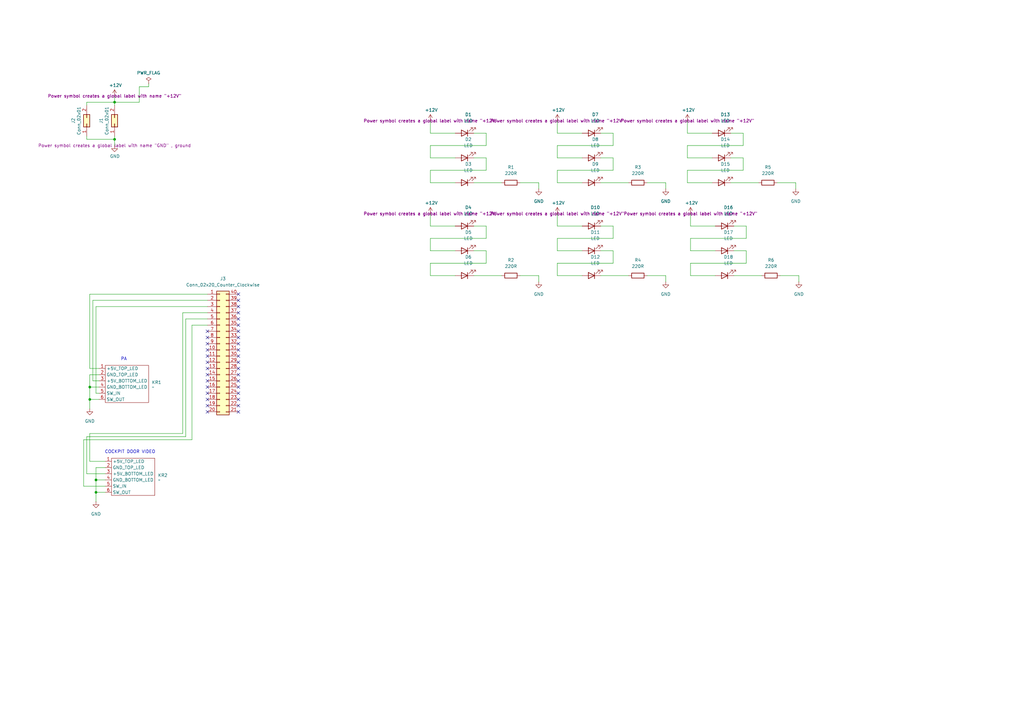
<source format=kicad_sch>
(kicad_sch (version 20250114) (generator "eeschema") (generator_version "9.0")
  (paper "A3")
  (lib_symbols
    (symbol "Connector_Generic:Conn_02x01" (pin_names (offset 1.016) (hide yes))
      (property "Reference" "J" (at 1.27 2.54 0))
      (property "Value" "Conn_02x01" (at 1.27 -2.54 0))
      (symbol "Conn_02x01_1_1"
        (rectangle (start -1.27 1.27) (end 3.81 -1.27) (stroke (width 0.254)) (fill (type background)))
        (rectangle (start -1.27 0.127) (end 0 -0.127) (stroke (width 0.1524)))
        (rectangle (start 3.81 0.127) (end 2.54 -0.127) (stroke (width 0.1524)))
        (pin passive line (at -5.08 0 0) (length 3.81) (name "Pin_1") (number "1"))
        (pin passive line (at 7.62 0 180) (length 3.81) (name "Pin_2") (number "2"))
      )
    )
    (symbol "Connector_Generic:Conn_02x20_Counter_Clockwise" (pin_names (offset 1.016) (hide yes))
      (property "Reference" "J" (at 1.27 25.4 0))
      (property "Value" "Conn_02x20_Counter_Clockwise" (at 1.27 -27.94 0))
      (symbol "Conn_02x20_Counter_Clockwise_1_1"
        (rectangle (start -1.27 24.13) (end 3.81 -26.67) (stroke (width 0.254)) (fill (type background)))
        (rectangle (start -1.27 22.987) (end 0 22.733) (stroke (width 0.1524)))
        (rectangle (start -1.27 20.447) (end 0 20.193) (stroke (width 0.1524)))
        (rectangle (start -1.27 17.907) (end 0 17.653) (stroke (width 0.1524)))
        (rectangle (start -1.27 15.367) (end 0 15.113) (stroke (width 0.1524)))
        (rectangle (start -1.27 12.827) (end 0 12.573) (stroke (width 0.1524)))
        (rectangle (start -1.27 10.287) (end 0 10.033) (stroke (width 0.1524)))
        (rectangle (start -1.27 7.747) (end 0 7.493) (stroke (width 0.1524)))
        (rectangle (start -1.27 5.207) (end 0 4.953) (stroke (width 0.1524)))
        (rectangle (start -1.27 2.667) (end 0 2.413) (stroke (width 0.1524)))
        (rectangle (start -1.27 0.127) (end 0 -0.127) (stroke (width 0.1524)))
        (rectangle (start -1.27 -2.413) (end 0 -2.667) (stroke (width 0.1524)))
        (rectangle (start -1.27 -4.953) (end 0 -5.207) (stroke (width 0.1524)))
        (rectangle (start -1.27 -7.493) (end 0 -7.747) (stroke (width 0.1524)))
        (rectangle (start -1.27 -10.033) (end 0 -10.287) (stroke (width 0.1524)))
        (rectangle (start -1.27 -12.573) (end 0 -12.827) (stroke (width 0.1524)))
        (rectangle (start -1.27 -15.113) (end 0 -15.367) (stroke (width 0.1524)))
        (rectangle (start -1.27 -17.653) (end 0 -17.907) (stroke (width 0.1524)))
        (rectangle (start -1.27 -20.193) (end 0 -20.447) (stroke (width 0.1524)))
        (rectangle (start -1.27 -22.733) (end 0 -22.987) (stroke (width 0.1524)))
        (rectangle (start -1.27 -25.273) (end 0 -25.527) (stroke (width 0.1524)))
        (rectangle (start 3.81 22.987) (end 2.54 22.733) (stroke (width 0.1524)))
        (rectangle (start 3.81 20.447) (end 2.54 20.193) (stroke (width 0.1524)))
        (rectangle (start 3.81 17.907) (end 2.54 17.653) (stroke (width 0.1524)))
        (rectangle (start 3.81 15.367) (end 2.54 15.113) (stroke (width 0.1524)))
        (rectangle (start 3.81 12.827) (end 2.54 12.573) (stroke (width 0.1524)))
        (rectangle (start 3.81 10.287) (end 2.54 10.033) (stroke (width 0.1524)))
        (rectangle (start 3.81 7.747) (end 2.54 7.493) (stroke (width 0.1524)))
        (rectangle (start 3.81 5.207) (end 2.54 4.953) (stroke (width 0.1524)))
        (rectangle (start 3.81 2.667) (end 2.54 2.413) (stroke (width 0.1524)))
        (rectangle (start 3.81 0.127) (end 2.54 -0.127) (stroke (width 0.1524)))
        (rectangle (start 3.81 -2.413) (end 2.54 -2.667) (stroke (width 0.1524)))
        (rectangle (start 3.81 -4.953) (end 2.54 -5.207) (stroke (width 0.1524)))
        (rectangle (start 3.81 -7.493) (end 2.54 -7.747) (stroke (width 0.1524)))
        (rectangle (start 3.81 -10.033) (end 2.54 -10.287) (stroke (width 0.1524)))
        (rectangle (start 3.81 -12.573) (end 2.54 -12.827) (stroke (width 0.1524)))
        (rectangle (start 3.81 -15.113) (end 2.54 -15.367) (stroke (width 0.1524)))
        (rectangle (start 3.81 -17.653) (end 2.54 -17.907) (stroke (width 0.1524)))
        (rectangle (start 3.81 -20.193) (end 2.54 -20.447) (stroke (width 0.1524)))
        (rectangle (start 3.81 -22.733) (end 2.54 -22.987) (stroke (width 0.1524)))
        (rectangle (start 3.81 -25.273) (end 2.54 -25.527) (stroke (width 0.1524)))
        (pin passive line (at -5.08 22.86 0) (length 3.81) (name "Pin_1") (number "1"))
        (pin passive line (at -5.08 20.32 0) (length 3.81) (name "Pin_2") (number "2"))
        (pin passive line (at -5.08 17.78 0) (length 3.81) (name "Pin_3") (number "3"))
        (pin passive line (at -5.08 15.24 0) (length 3.81) (name "Pin_4") (number "4"))
        (pin passive line (at -5.08 12.7 0) (length 3.81) (name "Pin_5") (number "5"))
        (pin passive line (at -5.08 10.16 0) (length 3.81) (name "Pin_6") (number "6"))
        (pin passive line (at -5.08 7.62 0) (length 3.81) (name "Pin_7") (number "7"))
        (pin passive line (at -5.08 5.08 0) (length 3.81) (name "Pin_8") (number "8"))
        (pin passive line (at -5.08 2.54 0) (length 3.81) (name "Pin_9") (number "9"))
        (pin passive line (at -5.08 0 0) (length 3.81) (name "Pin_10") (number "10"))
        (pin passive line (at -5.08 -2.54 0) (length 3.81) (name "Pin_11") (number "11"))
        (pin passive line (at -5.08 -5.08 0) (length 3.81) (name "Pin_12") (number "12"))
        (pin passive line (at -5.08 -7.62 0) (length 3.81) (name "Pin_13") (number "13"))
        (pin passive line (at -5.08 -10.16 0) (length 3.81) (name "Pin_14") (number "14"))
        (pin passive line (at -5.08 -12.7 0) (length 3.81) (name "Pin_15") (number "15"))
        (pin passive line (at -5.08 -15.24 0) (length 3.81) (name "Pin_16") (number "16"))
        (pin passive line (at -5.08 -17.78 0) (length 3.81) (name "Pin_17") (number "17"))
        (pin passive line (at -5.08 -20.32 0) (length 3.81) (name "Pin_18") (number "18"))
        (pin passive line (at -5.08 -22.86 0) (length 3.81) (name "Pin_19") (number "19"))
        (pin passive line (at -5.08 -25.4 0) (length 3.81) (name "Pin_20") (number "20"))
        (pin passive line (at 7.62 22.86 180) (length 3.81) (name "Pin_40") (number "40"))
        (pin passive line (at 7.62 20.32 180) (length 3.81) (name "Pin_39") (number "39"))
        (pin passive line (at 7.62 17.78 180) (length 3.81) (name "Pin_38") (number "38"))
        (pin passive line (at 7.62 15.24 180) (length 3.81) (name "Pin_37") (number "37"))
        (pin passive line (at 7.62 12.7 180) (length 3.81) (name "Pin_36") (number "36"))
        (pin passive line (at 7.62 10.16 180) (length 3.81) (name "Pin_35") (number "35"))
        (pin passive line (at 7.62 7.62 180) (length 3.81) (name "Pin_34") (number "34"))
        (pin passive line (at 7.62 5.08 180) (length 3.81) (name "Pin_33") (number "33"))
        (pin passive line (at 7.62 2.54 180) (length 3.81) (name "Pin_32") (number "32"))
        (pin passive line (at 7.62 0 180) (length 3.81) (name "Pin_31") (number "31"))
        (pin passive line (at 7.62 -2.54 180) (length 3.81) (name "Pin_30") (number "30"))
        (pin passive line (at 7.62 -5.08 180) (length 3.81) (name "Pin_29") (number "29"))
        (pin passive line (at 7.62 -7.62 180) (length 3.81) (name "Pin_28") (number "28"))
        (pin passive line (at 7.62 -10.16 180) (length 3.81) (name "Pin_27") (number "27"))
        (pin passive line (at 7.62 -12.7 180) (length 3.81) (name "Pin_26") (number "26"))
        (pin passive line (at 7.62 -15.24 180) (length 3.81) (name "Pin_25") (number "25"))
        (pin passive line (at 7.62 -17.78 180) (length 3.81) (name "Pin_24") (number "24"))
        (pin passive line (at 7.62 -20.32 180) (length 3.81) (name "Pin_23") (number "23"))
        (pin passive line (at 7.62 -22.86 180) (length 3.81) (name "Pin_22") (number "22"))
        (pin passive line (at 7.62 -25.4 180) (length 3.81) (name "Pin_21") (number "21"))
      )
    )
    (symbol "Device:LED" (pin_numbers (hide yes)) (pin_names (offset 1.016) (hide yes))
      (property "Reference" "D" (at 0 2.54 0))
      (property "Value" "LED" (at 0 -2.54 0))
      (symbol "LED_0_1"
        (polyline (pts (xy -3.048 -0.762) (xy -4.572 -2.286) (xy -3.81 -2.286) (xy -4.572 -2.286) (xy -4.572 -1.524)))
        (polyline (pts (xy -1.778 -0.762) (xy -3.302 -2.286) (xy -2.54 -2.286) (xy -3.302 -2.286) (xy -3.302 -1.524)))
        (polyline (pts (xy -1.27 0) (xy 1.27 0)))
        (polyline (pts (xy -1.27 -1.27) (xy -1.27 1.27)) (stroke (width 0.254)))
        (polyline (pts (xy 1.27 -1.27) (xy 1.27 1.27) (xy -1.27 0) (xy 1.27 -1.27)) (stroke (width 0.254)))
      )
      (symbol "LED_1_1"
        (pin passive line (at -3.81 0 0) (length 2.54) (name "K") (number "1"))
        (pin passive line (at 3.81 0 180) (length 2.54) (name "A") (number "2"))
      )
    )
    (symbol "Device:R" (pin_numbers (hide yes)) (pin_names (offset 0))
      (property "Reference" "R" (at 2.032 0 90))
      (property "Value" "R" (at 0 0 90))
      (symbol "R_0_1"
        (rectangle (start -1.016 -2.54) (end 1.016 2.54) (stroke (width 0.254)))
      )
      (symbol "R_1_1"
        (pin passive line (at 0 3.81 270) (length 1.27) (name "~") (number "1"))
        (pin passive line (at 0 -3.81 90) (length 1.27) (name "~") (number "2"))
      )
    )
    (symbol "KorrySwitch:Korry_Switch"
      (property "Reference" "KR" (at 12.7 -8.89 0))
      (symbol "Korry_Switch_0_1"
        (rectangle (start -7.62 -1.27) (end 10.16 -16.51))
      )
      (symbol "Korry_Switch_1_1"
        (pin input line (at -10.16 -2.54 0) (length 2.54) (name "+5V_TOP_LED") (number "1"))
        (pin input line (at -10.16 -5.08 0) (length 2.54) (name "GND_TOP_LED") (number "2"))
        (pin input line (at -10.16 -7.62 0) (length 2.54) (name "+5V_BOTTOM_LED") (number "3"))
        (pin input line (at -10.16 -10.16 0) (length 2.54) (name "GND_BOTTOM_LED") (number "4"))
        (pin input line (at -10.16 -12.7 0) (length 2.54) (name "SW_IN") (number "5"))
        (pin output line (at -10.16 -15.24 0) (length 2.54) (name "SW_OUT") (number "6"))
      )
    )
    (symbol "power:+12V" (power) (pin_numbers (hide yes)) (pin_names (offset 0) (hide yes))
      (property "Value" "+12V" (at 0 3.556 0))
      (symbol "+12V_0_1"
        (polyline (pts (xy -0.762 1.27) (xy 0 2.54)))
        (polyline (pts (xy 0 2.54) (xy 0.762 1.27)))
        (polyline (pts (xy 0 0) (xy 0 2.54)))
      )
      (symbol "+12V_1_1"
        (pin power_in line (at 0 0 90) (length 0) (name "~") (number "1"))
      )
    )
    (symbol "power:GND" (power) (pin_numbers (hide yes)) (pin_names (offset 0) (hide yes))
      (property "Value" "GND" (at 0 -3.81 0))
      (symbol "GND_0_1"
        (polyline (pts (xy 0 0) (xy 0 -1.27) (xy 1.27 -1.27) (xy 0 -2.54) (xy -1.27 -1.27) (xy 0 -1.27)))
      )
      (symbol "GND_1_1"
        (pin power_in line (at 0 0 270) (length 0) (name "~") (number "1"))
      )
    )
    (symbol "power:PWR_FLAG" (power) (pin_numbers (hide yes)) (pin_names (offset 0) (hide yes))
      (property "Value" "PWR_FLAG" (at 0 3.81 0))
      (symbol "PWR_FLAG_0_0"
        (pin power_out line (at 0 0 90) (length 0) (name "~") (number "1"))
      )
      (symbol "PWR_FLAG_0_1"
        (polyline (pts (xy 0 0) (xy 0 1.27) (xy -1.016 1.905) (xy 0 2.54) (xy 1.016 1.905) (xy 0 1.27)))
      )
    )
  )
  (text "PA" (at 50.8 147.32 0) (effects (font (size 1.27 1.27))))
  (text "COCKPIT DOOR VIDEO" (at 53.34 185.42 0) (effects (font (size 1.27 1.27))))
  (junction (at 39.37 196.85))
  (junction (at 46.99 57.15))
  (junction (at 36.83 158.75))
  (junction (at 36.83 163.83))
  (junction (at 39.37 201.93))
  (junction (at 46.99 41.91))
  (no_connect (at 97.79 153.67))
  (no_connect (at 97.79 138.43))
  (no_connect (at 97.79 161.29))
  (no_connect (at 97.79 130.81))
  (no_connect (at 85.09 148.59))
  (no_connect (at 85.09 163.83))
  (no_connect (at 85.09 146.05))
  (no_connect (at 85.09 161.29))
  (no_connect (at 85.09 166.37))
  (no_connect (at 97.79 135.89))
  (no_connect (at 85.09 168.91))
  (no_connect (at 85.09 138.43))
  (no_connect (at 97.79 143.51))
  (no_connect (at 85.09 153.67))
  (no_connect (at 97.79 151.13))
  (no_connect (at 97.79 156.21))
  (no_connect (at 97.79 123.19))
  (no_connect (at 97.79 120.65))
  (no_connect (at 85.09 143.51))
  (no_connect (at 97.79 125.73))
  (no_connect (at 97.79 163.83))
  (no_connect (at 85.09 151.13))
  (no_connect (at 85.09 135.89))
  (no_connect (at 85.09 158.75))
  (no_connect (at 97.79 133.35))
  (no_connect (at 97.79 148.59))
  (no_connect (at 97.79 168.91))
  (no_connect (at 97.79 158.75))
  (no_connect (at 97.79 166.37))
  (no_connect (at 97.79 140.97))
  (no_connect (at 85.09 156.21))
  (no_connect (at 85.09 140.97))
  (no_connect (at 97.79 128.27))
  (no_connect (at 97.79 146.05))
  (wire (pts (xy 320.04 113.03) (xy 327.66 113.03)))
  (wire (pts (xy 36.83 153.67) (xy 40.64 153.67)))
  (wire (pts (xy 199.39 54.61) (xy 194.31 54.61)))
  (wire (pts (xy 251.46 69.85) (xy 251.46 64.77)))
  (wire (pts (xy 199.39 64.77) (xy 194.31 64.77)))
  (wire (pts (xy 36.83 120.65) (xy 85.09 120.65)))
  (wire (pts (xy 228.6 69.85) (xy 251.46 69.85)))
  (wire (pts (xy 228.6 74.93) (xy 228.6 69.85)))
  (wire (pts (xy 176.53 74.93) (xy 176.53 69.85)))
  (wire (pts (xy 281.94 59.69) (xy 304.8 59.69)))
  (wire (pts (xy 36.83 189.23) (xy 43.18 189.23)))
  (wire (pts (xy 176.53 113.03) (xy 176.53 107.95)))
  (wire (pts (xy 199.39 102.87) (xy 194.31 102.87)))
  (wire (pts (xy 46.99 41.91) (xy 46.99 43.18)))
  (wire (pts (xy 327.66 113.03) (xy 327.66 115.57)))
  (wire (pts (xy 35.56 194.31) (xy 35.56 179.07)))
  (wire (pts (xy 238.76 74.93) (xy 228.6 74.93)))
  (wire (pts (xy 76.2 130.81) (xy 85.09 130.81)))
  (wire (pts (xy 213.36 113.03) (xy 220.98 113.03)))
  (wire (pts (xy 273.05 113.03) (xy 273.05 115.57)))
  (wire (pts (xy 78.74 133.35) (xy 85.09 133.35)))
  (wire (pts (xy 35.56 194.31) (xy 43.18 194.31)))
  (wire (pts (xy 176.53 54.61) (xy 186.69 54.61)))
  (wire (pts (xy 304.8 59.69) (xy 304.8 54.61)))
  (wire (pts (xy 251.46 54.61) (xy 246.38 54.61)))
  (wire (pts (xy 281.94 54.61) (xy 292.1 54.61)))
  (wire (pts (xy 39.37 201.93) (xy 39.37 196.85)))
  (wire (pts (xy 306.07 107.95) (xy 306.07 102.87)))
  (wire (pts (xy 46.99 57.15) (xy 46.99 59.69)))
  (wire (pts (xy 326.39 74.93) (xy 326.39 77.47)))
  (wire (pts (xy 176.53 87.63) (xy 176.53 92.71)))
  (wire (pts (xy 176.53 107.95) (xy 199.39 107.95)))
  (wire (pts (xy 228.6 64.77) (xy 228.6 59.69)))
  (wire (pts (xy 281.94 49.53) (xy 281.94 54.61)))
  (wire (pts (xy 220.98 113.03) (xy 220.98 115.57)))
  (wire (pts (xy 194.31 113.03) (xy 205.74 113.03)))
  (wire (pts (xy 186.69 102.87) (xy 176.53 102.87)))
  (wire (pts (xy 238.76 102.87) (xy 228.6 102.87)))
  (wire (pts (xy 57.15 35.56) (xy 60.96 35.56)))
  (wire (pts (xy 304.8 54.61) (xy 299.72 54.61)))
  (wire (pts (xy 34.29 199.39) (xy 34.29 180.34)))
  (wire (pts (xy 265.43 74.93) (xy 273.05 74.93)))
  (wire (pts (xy 228.6 107.95) (xy 251.46 107.95)))
  (wire (pts (xy 199.39 69.85) (xy 199.39 64.77)))
  (wire (pts (xy 246.38 74.93) (xy 257.81 74.93)))
  (wire (pts (xy 306.07 97.79) (xy 306.07 92.71)))
  (wire (pts (xy 213.36 74.93) (xy 220.98 74.93)))
  (wire (pts (xy 228.6 92.71) (xy 238.76 92.71)))
  (wire (pts (xy 194.31 74.93) (xy 205.74 74.93)))
  (wire (pts (xy 199.39 107.95) (xy 199.39 102.87)))
  (wire (pts (xy 283.21 107.95) (xy 306.07 107.95)))
  (wire (pts (xy 36.83 189.23) (xy 36.83 177.8)))
  (wire (pts (xy 57.15 41.91) (xy 57.15 35.56)))
  (wire (pts (xy 292.1 64.77) (xy 281.94 64.77)))
  (wire (pts (xy 228.6 97.79) (xy 251.46 97.79)))
  (wire (pts (xy 36.83 158.75) (xy 40.64 158.75)))
  (wire (pts (xy 35.56 43.18) (xy 35.56 41.91)))
  (wire (pts (xy 228.6 102.87) (xy 228.6 97.79)))
  (wire (pts (xy 36.83 177.8) (xy 74.93 177.8)))
  (wire (pts (xy 251.46 107.95) (xy 251.46 102.87)))
  (wire (pts (xy 199.39 97.79) (xy 199.39 92.71)))
  (wire (pts (xy 46.99 39.37) (xy 46.99 41.91)))
  (wire (pts (xy 38.1 156.21) (xy 38.1 123.19)))
  (wire (pts (xy 251.46 59.69) (xy 251.46 54.61)))
  (wire (pts (xy 76.2 179.07) (xy 76.2 130.81)))
  (wire (pts (xy 318.77 74.93) (xy 326.39 74.93)))
  (wire (pts (xy 283.21 92.71) (xy 293.37 92.71)))
  (wire (pts (xy 306.07 92.71) (xy 300.99 92.71)))
  (wire (pts (xy 39.37 201.93) (xy 43.18 201.93)))
  (wire (pts (xy 228.6 113.03) (xy 228.6 107.95)))
  (wire (pts (xy 186.69 64.77) (xy 176.53 64.77)))
  (wire (pts (xy 35.56 55.88) (xy 35.56 57.15)))
  (wire (pts (xy 265.43 113.03) (xy 273.05 113.03)))
  (wire (pts (xy 40.64 156.21) (xy 38.1 156.21)))
  (wire (pts (xy 281.94 64.77) (xy 281.94 59.69)))
  (wire (pts (xy 228.6 87.63) (xy 228.6 92.71)))
  (wire (pts (xy 35.56 57.15) (xy 46.99 57.15)))
  (wire (pts (xy 176.53 49.53) (xy 176.53 54.61)))
  (wire (pts (xy 35.56 179.07) (xy 76.2 179.07)))
  (wire (pts (xy 238.76 64.77) (xy 228.6 64.77)))
  (wire (pts (xy 228.6 49.53) (xy 228.6 54.61)))
  (wire (pts (xy 199.39 59.69) (xy 199.39 54.61)))
  (wire (pts (xy 251.46 64.77) (xy 246.38 64.77)))
  (wire (pts (xy 39.37 161.29) (xy 40.64 161.29)))
  (wire (pts (xy 60.96 35.56) (xy 60.96 34.29)))
  (wire (pts (xy 220.98 74.93) (xy 220.98 77.47)))
  (wire (pts (xy 304.8 64.77) (xy 299.72 64.77)))
  (wire (pts (xy 299.72 74.93) (xy 311.15 74.93)))
  (wire (pts (xy 39.37 191.77) (xy 43.18 191.77)))
  (wire (pts (xy 78.74 180.34) (xy 78.74 133.35)))
  (wire (pts (xy 176.53 64.77) (xy 176.53 59.69)))
  (wire (pts (xy 40.64 151.13) (xy 36.83 151.13)))
  (wire (pts (xy 34.29 199.39) (xy 43.18 199.39)))
  (wire (pts (xy 228.6 54.61) (xy 238.76 54.61)))
  (wire (pts (xy 36.83 167.64) (xy 36.83 163.83)))
  (wire (pts (xy 283.21 97.79) (xy 306.07 97.79)))
  (wire (pts (xy 273.05 74.93) (xy 273.05 77.47)))
  (wire (pts (xy 36.83 163.83) (xy 40.64 163.83)))
  (wire (pts (xy 74.93 177.8) (xy 74.93 128.27)))
  (wire (pts (xy 176.53 59.69) (xy 199.39 59.69)))
  (wire (pts (xy 39.37 205.74) (xy 39.37 201.93)))
  (wire (pts (xy 36.83 163.83) (xy 36.83 158.75)))
  (wire (pts (xy 251.46 97.79) (xy 251.46 92.71)))
  (wire (pts (xy 39.37 196.85) (xy 43.18 196.85)))
  (wire (pts (xy 176.53 92.71) (xy 186.69 92.71)))
  (wire (pts (xy 35.56 41.91) (xy 46.99 41.91)))
  (wire (pts (xy 176.53 97.79) (xy 199.39 97.79)))
  (wire (pts (xy 246.38 113.03) (xy 257.81 113.03)))
  (wire (pts (xy 36.83 158.75) (xy 36.83 153.67)))
  (wire (pts (xy 199.39 92.71) (xy 194.31 92.71)))
  (wire (pts (xy 283.21 113.03) (xy 283.21 107.95)))
  (wire (pts (xy 293.37 113.03) (xy 283.21 113.03)))
  (wire (pts (xy 39.37 125.73) (xy 39.37 161.29)))
  (wire (pts (xy 283.21 102.87) (xy 283.21 97.79)))
  (wire (pts (xy 281.94 74.93) (xy 281.94 69.85)))
  (wire (pts (xy 228.6 59.69) (xy 251.46 59.69)))
  (wire (pts (xy 304.8 69.85) (xy 304.8 64.77)))
  (wire (pts (xy 251.46 92.71) (xy 246.38 92.71)))
  (wire (pts (xy 238.76 113.03) (xy 228.6 113.03)))
  (wire (pts (xy 39.37 196.85) (xy 39.37 191.77)))
  (wire (pts (xy 186.69 113.03) (xy 176.53 113.03)))
  (wire (pts (xy 85.09 125.73) (xy 39.37 125.73)))
  (wire (pts (xy 300.99 113.03) (xy 312.42 113.03)))
  (wire (pts (xy 306.07 102.87) (xy 300.99 102.87)))
  (wire (pts (xy 186.69 74.93) (xy 176.53 74.93)))
  (wire (pts (xy 46.99 55.88) (xy 46.99 57.15)))
  (wire (pts (xy 251.46 102.87) (xy 246.38 102.87)))
  (wire (pts (xy 46.99 41.91) (xy 57.15 41.91)))
  (wire (pts (xy 281.94 69.85) (xy 304.8 69.85)))
  (wire (pts (xy 34.29 180.34) (xy 78.74 180.34)))
  (wire (pts (xy 74.93 128.27) (xy 85.09 128.27)))
  (wire (pts (xy 292.1 74.93) (xy 281.94 74.93)))
  (wire (pts (xy 36.83 151.13) (xy 36.83 120.65)))
  (wire (pts (xy 176.53 69.85) (xy 199.39 69.85)))
  (wire (pts (xy 176.53 102.87) (xy 176.53 97.79)))
  (wire (pts (xy 293.37 102.87) (xy 283.21 102.87)))
  (wire (pts (xy 283.21 87.63) (xy 283.21 92.71)))
  (wire (pts (xy 38.1 123.19) (xy 85.09 123.19)))
  (symbol (lib_id "Connector_Generic:Conn_02x01") (at 46.99 50.8 90) (unit 1)
    (property "Reference" "J1" (at 41.4782 49.53 0))
    (property "Value" "Conn_02x01" (at 43.7896 49.53 0))
    (property "Footprint" "TerminalBlock:TerminalBlock_bornier-2_P5.08mm" (effects (hide yes)))
    (property "Description" "Generic connector, double row, 02x01, this symbol is compatible with counter-clockwise, top-bottom and odd-even numbering schemes., script generated (kicad-library-utils/schlib/autogen/connector/)" (effects (hide yes)))
  )
  (symbol (lib_id "power:GND") (at 46.99 59.69 0) (unit 1)
    (property "Reference" "#PWR03" (effects (hide yes)))
    (property "Value" "GND" (at 47.117 64.0842 0))
    (property "Description" "Power symbol creates a global label with name \"GND\" , ground" (at 46.99 59.69 0))
  )
  (symbol (lib_id "power:+12V") (at 46.99 39.37 0) (unit 1)
    (property "Reference" "#PWR02" (effects (hide yes)))
    (property "Value" "+12V" (at 47.371 34.9758 0))
    (property "Description" "Power symbol creates a global label with name \"+12V\"" (at 46.99 39.37 0))
  )
  (symbol (lib_id "power:PWR_FLAG") (at 60.96 34.29 0) (unit 1)
    (property "Reference" "#FLG01" (effects (hide yes)))
    (property "Value" "PWR_FLAG" (at 60.96 29.8958 0))
  )
  (symbol (lib_id "power:+12V") (at 228.6 49.53 0) (unit 1)
    (property "Reference" "#PWR010" (effects (hide yes)))
    (property "Value" "+12V" (at 228.981 45.1358 0))
    (property "Description" "Power symbol creates a global label with name \"+12V\"" (at 228.6 49.53 0))
  )
  (symbol (lib_id "Device:LED") (at 190.5 102.87 180) (unit 1)
    (property "Reference" "D5" (at 192.0875 95.25 0))
    (property "Value" "LED" (at 192.0875 97.79 0))
    (property "Footprint" "OpenA3XX:LED_Everlight-SMD3528_3.5x2.8mm_67-21ST" (effects (hide yes)))
    (property "Description" "Light emitting diode" (effects (hide yes)))
    (property "Sim.Pins" "1=K 2=A" (effects (hide yes)))
  )
  (symbol (lib_id "Device:LED") (at 190.5 113.03 180) (unit 1)
    (property "Reference" "D6" (at 192.0875 105.41 0))
    (property "Value" "LED" (at 192.0875 107.95 0))
    (property "Footprint" "OpenA3XX:LED_Everlight-SMD3528_3.5x2.8mm_67-21ST" (effects (hide yes)))
    (property "Description" "Light emitting diode" (effects (hide yes)))
    (property "Sim.Pins" "1=K 2=A" (effects (hide yes)))
  )
  (symbol (lib_id "Device:LED") (at 295.91 64.77 180) (unit 1)
    (property "Reference" "D14" (at 297.4975 57.15 0))
    (property "Value" "LED" (at 297.4975 59.69 0))
    (property "Footprint" "OpenA3XX:LED_Everlight-SMD3528_3.5x2.8mm_67-21ST" (effects (hide yes)))
    (property "Description" "Light emitting diode" (effects (hide yes)))
    (property "Sim.Pins" "1=K 2=A" (effects (hide yes)))
  )
  (symbol (lib_id "Device:LED") (at 297.18 92.71 180) (unit 1)
    (property "Reference" "D16" (at 298.7675 85.09 0))
    (property "Value" "LED" (at 298.7675 87.63 0))
    (property "Footprint" "OpenA3XX:LED_Everlight-SMD3528_3.5x2.8mm_67-21ST" (effects (hide yes)))
    (property "Description" "Light emitting diode" (effects (hide yes)))
    (property "Sim.Pins" "1=K 2=A" (effects (hide yes)))
  )
  (symbol (lib_id "Device:LED") (at 297.18 102.87 180) (unit 1)
    (property "Reference" "D17" (at 298.7675 95.25 0))
    (property "Value" "LED" (at 298.7675 97.79 0))
    (property "Footprint" "OpenA3XX:LED_Everlight-SMD3528_3.5x2.8mm_67-21ST" (effects (hide yes)))
    (property "Description" "Light emitting diode" (effects (hide yes)))
    (property "Sim.Pins" "1=K 2=A" (effects (hide yes)))
  )
  (symbol (lib_id "Device:R") (at 209.55 74.93 90) (unit 1)
    (property "Reference" "R1" (at 209.55 68.58 90))
    (property "Value" "220R" (at 209.55 71.12 90))
    (property "Footprint" "Resistor_SMD:R_1206_3216Metric_Pad1.30x1.75mm_HandSolder" (effects (hide yes)))
    (property "Description" "Resistor" (effects (hide yes)))
  )
  (symbol (lib_id "power:GND") (at 327.66 115.57 0) (unit 1)
    (property "Reference" "#PWR015" (effects (hide yes)))
    (property "Value" "GND" (at 327.66 120.65 0))
    (property "Description" "Power symbol creates a global label with name \"GND\" , ground" (effects (hide yes)))
  )
  (symbol (lib_id "power:GND") (at 39.37 205.74 0) (unit 1)
    (property "Reference" "#PWR04" (effects (hide yes)))
    (property "Value" "GND" (at 39.37 210.82 0))
    (property "Description" "Power symbol creates a global label with name \"GND\" , ground" (effects (hide yes)))
  )
  (symbol (lib_id "Device:LED") (at 295.91 74.93 180) (unit 1)
    (property "Reference" "D15" (at 297.4975 67.31 0))
    (property "Value" "LED" (at 297.4975 69.85 0))
    (property "Footprint" "OpenA3XX:LED_Everlight-SMD3528_3.5x2.8mm_67-21ST" (effects (hide yes)))
    (property "Description" "Light emitting diode" (effects (hide yes)))
    (property "Sim.Pins" "1=K 2=A" (effects (hide yes)))
  )
  (symbol (lib_id "Device:LED") (at 242.57 54.61 180) (unit 1)
    (property "Reference" "D7" (at 244.1575 46.99 0))
    (property "Value" "LED" (at 244.1575 49.53 0))
    (property "Footprint" "OpenA3XX:LED_Everlight-SMD3528_3.5x2.8mm_67-21ST" (effects (hide yes)))
    (property "Description" "Light emitting diode" (effects (hide yes)))
    (property "Sim.Pins" "1=K 2=A" (effects (hide yes)))
  )
  (symbol (lib_id "power:GND") (at 220.98 115.57 0) (unit 1)
    (property "Reference" "#PWR09" (effects (hide yes)))
    (property "Value" "GND" (at 220.98 120.65 0))
    (property "Description" "Power symbol creates a global label with name \"GND\" , ground" (effects (hide yes)))
  )
  (symbol (lib_id "Connector_Generic:Conn_02x01") (at 35.56 50.8 90) (unit 1)
    (property "Reference" "J2" (at 30.0482 49.53 0))
    (property "Value" "Conn_02x01" (at 32.3596 49.53 0))
    (property "Footprint" "TerminalBlock:TerminalBlock_bornier-2_P5.08mm" (effects (hide yes)))
    (property "Description" "Generic connector, double row, 02x01, this symbol is compatible with counter-clockwise, top-bottom and odd-even numbering schemes., script generated (kicad-library-utils/schlib/autogen/connector/)" (effects (hide yes)))
  )
  (symbol (lib_id "Connector_Generic:Conn_02x20_Counter_Clockwise") (at 90.17 143.51 0) (unit 1)
    (property "Reference" "J3" (at 91.44 114.3 0))
    (property "Value" "Conn_02x20_Counter_Clockwise" (at 91.44 116.84 0))
    (property "Footprint" "Connector_PinHeader_2.54mm:PinHeader_2x20_P2.54mm_Vertical" (effects (hide yes)))
    (property "Description" "Generic connector, double row, 02x20, counter clockwise pin numbering scheme (similar to DIP package numbering), script generated (kicad-library-utils/schlib/autogen/connector/)" (effects (hide yes)))
  )
  (symbol (lib_id "power:+12V") (at 281.94 49.53 0) (unit 1)
    (property "Reference" "#PWR014" (effects (hide yes)))
    (property "Value" "+12V" (at 282.321 45.1358 0))
    (property "Description" "Power symbol creates a global label with name \"+12V\"" (at 281.94 49.53 0))
  )
  (symbol (lib_id "Device:R") (at 209.55 113.03 90) (unit 1)
    (property "Reference" "R2" (at 209.55 106.68 90))
    (property "Value" "220R" (at 209.55 109.22 90))
    (property "Footprint" "Resistor_SMD:R_1206_3216Metric_Pad1.30x1.75mm_HandSolder" (effects (hide yes)))
    (property "Description" "Resistor" (effects (hide yes)))
  )
  (symbol (lib_id "power:+12V") (at 228.6 87.63 0) (unit 1)
    (property "Reference" "#PWR011" (effects (hide yes)))
    (property "Value" "+12V" (at 228.981 83.2358 0))
    (property "Description" "Power symbol creates a global label with name \"+12V\"" (at 228.6 87.63 0))
  )
  (symbol (lib_id "KorrySwitch:Korry_Switch") (at 53.34 186.69 0) (unit 1)
    (property "Reference" "KR2" (at 64.77 194.9449 0) (effects (justify left)))
    (property "Value" "~" (at 64.77 196.85 0) (effects (justify left)))
    (property "Footprint" "OpenA3XX:Korry Switch" (effects (hide yes)))
  )
  (symbol (lib_id "power:+12V") (at 176.53 49.53 0) (unit 1)
    (property "Reference" "#PWR06" (effects (hide yes)))
    (property "Value" "+12V" (at 176.911 45.1358 0))
    (property "Description" "Power symbol creates a global label with name \"+12V\"" (at 176.53 49.53 0))
  )
  (symbol (lib_id "Device:LED") (at 242.57 74.93 180) (unit 1)
    (property "Reference" "D9" (at 244.1575 67.31 0))
    (property "Value" "LED" (at 244.1575 69.85 0))
    (property "Footprint" "OpenA3XX:LED_Everlight-SMD3528_3.5x2.8mm_67-21ST" (effects (hide yes)))
    (property "Description" "Light emitting diode" (effects (hide yes)))
    (property "Sim.Pins" "1=K 2=A" (effects (hide yes)))
  )
  (symbol (lib_id "power:GND") (at 220.98 77.47 0) (unit 1)
    (property "Reference" "#PWR08" (effects (hide yes)))
    (property "Value" "GND" (at 220.98 82.55 0))
    (property "Description" "Power symbol creates a global label with name \"GND\" , ground" (effects (hide yes)))
  )
  (symbol (lib_id "Device:R") (at 314.96 74.93 90) (unit 1)
    (property "Reference" "R5" (at 314.96 68.58 90))
    (property "Value" "220R" (at 314.96 71.12 90))
    (property "Footprint" "Resistor_SMD:R_1206_3216Metric_Pad1.30x1.75mm_HandSolder" (effects (hide yes)))
    (property "Description" "Resistor" (effects (hide yes)))
  )
  (symbol (lib_id "power:+12V") (at 176.53 87.63 0) (unit 1)
    (property "Reference" "#PWR07" (effects (hide yes)))
    (property "Value" "+12V" (at 176.911 83.2358 0))
    (property "Description" "Power symbol creates a global label with name \"+12V\"" (at 176.53 87.63 0))
  )
  (symbol (lib_id "power:+12V") (at 283.21 87.63 0) (unit 1)
    (property "Reference" "#PWR05" (effects (hide yes)))
    (property "Value" "+12V" (at 283.591 83.2358 0))
    (property "Description" "Power symbol creates a global label with name \"+12V\"" (at 283.21 87.63 0))
  )
  (symbol (lib_id "power:GND") (at 36.83 167.64 0) (unit 1)
    (property "Reference" "#PWR01" (effects (hide yes)))
    (property "Value" "GND" (at 36.83 172.72 0))
    (property "Description" "Power symbol creates a global label with name \"GND\" , ground" (effects (hide yes)))
  )
  (symbol (lib_id "Device:LED") (at 295.91 54.61 180) (unit 1)
    (property "Reference" "D13" (at 297.4975 46.99 0))
    (property "Value" "LED" (at 297.4975 49.53 0))
    (property "Footprint" "OpenA3XX:LED_Everlight-SMD3528_3.5x2.8mm_67-21ST" (effects (hide yes)))
    (property "Description" "Light emitting diode" (effects (hide yes)))
    (property "Sim.Pins" "1=K 2=A" (effects (hide yes)))
  )
  (symbol (lib_id "Device:R") (at 261.62 113.03 90) (unit 1)
    (property "Reference" "R4" (at 261.62 106.68 90))
    (property "Value" "220R" (at 261.62 109.22 90))
    (property "Footprint" "Resistor_SMD:R_1206_3216Metric_Pad1.30x1.75mm_HandSolder" (effects (hide yes)))
    (property "Description" "Resistor" (effects (hide yes)))
  )
  (symbol (lib_id "Device:LED") (at 190.5 54.61 180) (unit 1)
    (property "Reference" "D1" (at 192.0875 46.99 0))
    (property "Value" "LED" (at 192.0875 49.53 0))
    (property "Footprint" "OpenA3XX:LED_Everlight-SMD3528_3.5x2.8mm_67-21ST" (effects (hide yes)))
    (property "Description" "Light emitting diode" (effects (hide yes)))
    (property "Sim.Pins" "1=K 2=A" (effects (hide yes)))
  )
  (symbol (lib_id "Device:LED") (at 190.5 64.77 180) (unit 1)
    (property "Reference" "D2" (at 192.0875 57.15 0))
    (property "Value" "LED" (at 192.0875 59.69 0))
    (property "Footprint" "OpenA3XX:LED_Everlight-SMD3528_3.5x2.8mm_67-21ST" (effects (hide yes)))
    (property "Description" "Light emitting diode" (effects (hide yes)))
    (property "Sim.Pins" "1=K 2=A" (effects (hide yes)))
  )
  (symbol (lib_id "Device:LED") (at 190.5 92.71 180) (unit 1)
    (property "Reference" "D4" (at 192.0875 85.09 0))
    (property "Value" "LED" (at 192.0875 87.63 0))
    (property "Footprint" "OpenA3XX:LED_Everlight-SMD3528_3.5x2.8mm_67-21ST" (effects (hide yes)))
    (property "Description" "Light emitting diode" (effects (hide yes)))
    (property "Sim.Pins" "1=K 2=A" (effects (hide yes)))
  )
  (symbol (lib_id "Device:LED") (at 242.57 102.87 180) (unit 1)
    (property "Reference" "D11" (at 244.1575 95.25 0))
    (property "Value" "LED" (at 244.1575 97.79 0))
    (property "Footprint" "OpenA3XX:LED_Everlight-SMD3528_3.5x2.8mm_67-21ST" (effects (hide yes)))
    (property "Description" "Light emitting diode" (effects (hide yes)))
    (property "Sim.Pins" "1=K 2=A" (effects (hide yes)))
  )
  (symbol (lib_id "Device:LED") (at 242.57 113.03 180) (unit 1)
    (property "Reference" "D12" (at 244.1575 105.41 0))
    (property "Value" "LED" (at 244.1575 107.95 0))
    (property "Footprint" "OpenA3XX:LED_Everlight-SMD3528_3.5x2.8mm_67-21ST" (effects (hide yes)))
    (property "Description" "Light emitting diode" (effects (hide yes)))
    (property "Sim.Pins" "1=K 2=A" (effects (hide yes)))
  )
  (symbol (lib_id "Device:LED") (at 242.57 92.71 180) (unit 1)
    (property "Reference" "D10" (at 244.1575 85.09 0))
    (property "Value" "LED" (at 244.1575 87.63 0))
    (property "Footprint" "OpenA3XX:LED_Everlight-SMD3528_3.5x2.8mm_67-21ST" (effects (hide yes)))
    (property "Description" "Light emitting diode" (effects (hide yes)))
    (property "Sim.Pins" "1=K 2=A" (effects (hide yes)))
  )
  (symbol (lib_id "Device:R") (at 316.23 113.03 90) (unit 1)
    (property "Reference" "R6" (at 316.23 106.68 90))
    (property "Value" "220R" (at 316.23 109.22 90))
    (property "Footprint" "Resistor_SMD:R_1206_3216Metric_Pad1.30x1.75mm_HandSolder" (effects (hide yes)))
    (property "Description" "Resistor" (effects (hide yes)))
  )
  (symbol (lib_id "power:GND") (at 273.05 115.57 0) (unit 1)
    (property "Reference" "#PWR013" (effects (hide yes)))
    (property "Value" "GND" (at 273.05 120.65 0))
    (property "Description" "Power symbol creates a global label with name \"GND\" , ground" (effects (hide yes)))
  )
  (symbol (lib_id "power:GND") (at 273.05 77.47 0) (unit 1)
    (property "Reference" "#PWR012" (effects (hide yes)))
    (property "Value" "GND" (at 273.05 82.55 0))
    (property "Description" "Power symbol creates a global label with name \"GND\" , ground" (effects (hide yes)))
  )
  (symbol (lib_id "KorrySwitch:Korry_Switch") (at 50.8 148.59 0) (unit 1)
    (property "Reference" "KR1" (at 62.23 156.8449 0) (effects (justify left)))
    (property "Value" "~" (at 62.23 158.75 0) (effects (justify left)))
    (property "Footprint" "OpenA3XX:Korry Switch" (effects (hide yes)))
  )
  (symbol (lib_id "Device:R") (at 261.62 74.93 90) (unit 1)
    (property "Reference" "R3" (at 261.62 68.58 90))
    (property "Value" "220R" (at 261.62 71.12 90))
    (property "Footprint" "Resistor_SMD:R_1206_3216Metric_Pad1.30x1.75mm_HandSolder" (effects (hide yes)))
    (property "Description" "Resistor" (effects (hide yes)))
  )
  (symbol (lib_id "Device:LED") (at 190.5 74.93 180) (unit 1)
    (property "Reference" "D3" (at 192.0875 67.31 0))
    (property "Value" "LED" (at 192.0875 69.85 0))
    (property "Footprint" "OpenA3XX:LED_Everlight-SMD3528_3.5x2.8mm_67-21ST" (effects (hide yes)))
    (property "Description" "Light emitting diode" (effects (hide yes)))
    (property "Sim.Pins" "1=K 2=A" (effects (hide yes)))
  )
  (symbol (lib_id "Device:LED") (at 297.18 113.03 180) (unit 1)
    (property "Reference" "D18" (at 298.7675 105.41 0))
    (property "Value" "LED" (at 298.7675 107.95 0))
    (property "Footprint" "OpenA3XX:LED_Everlight-SMD3528_3.5x2.8mm_67-21ST" (effects (hide yes)))
    (property "Description" "Light emitting diode" (effects (hide yes)))
    (property "Sim.Pins" "1=K 2=A" (effects (hide yes)))
  )
  (symbol (lib_id "power:GND") (at 326.39 77.47 0) (unit 1)
    (property "Reference" "#PWR016" (effects (hide yes)))
    (property "Value" "GND" (at 326.39 82.55 0))
    (property "Description" "Power symbol creates a global label with name \"GND\" , ground" (effects (hide yes)))
  )
  (symbol (lib_id "Device:LED") (at 242.57 64.77 180) (unit 1)
    (property "Reference" "D8" (at 244.1575 57.15 0))
    (property "Value" "LED" (at 244.1575 59.69 0))
    (property "Footprint" "OpenA3XX:LED_Everlight-SMD3528_3.5x2.8mm_67-21ST" (effects (hide yes)))
    (property "Description" "Light emitting diode" (effects (hide yes)))
    (property "Sim.Pins" "1=K 2=A" (effects (hide yes)))
  )
)
</source>
